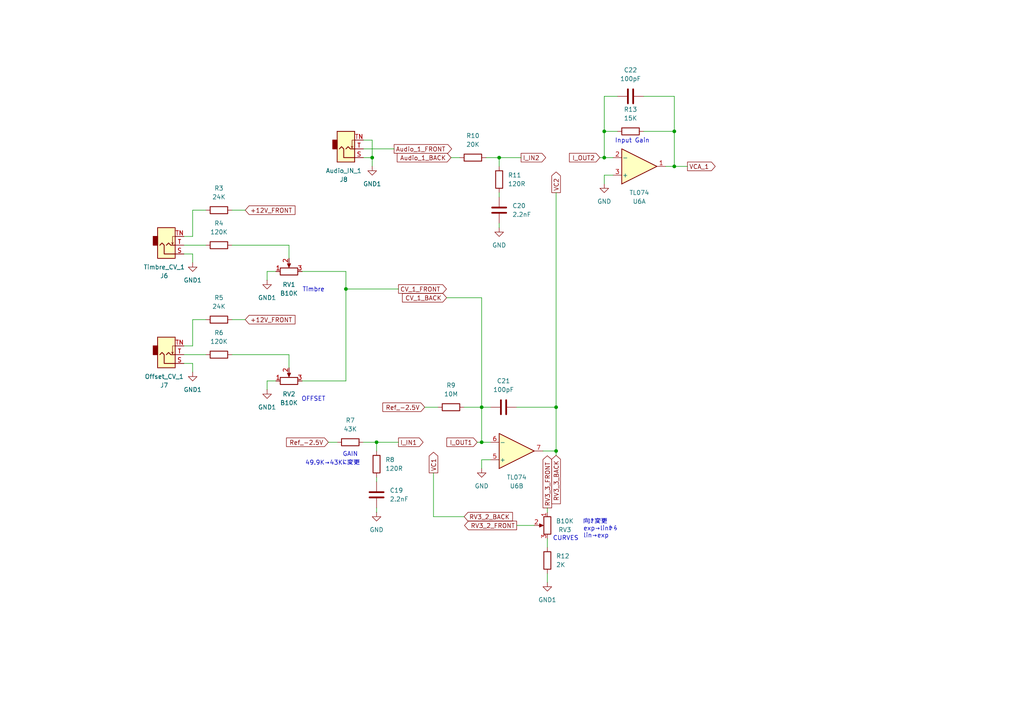
<source format=kicad_sch>
(kicad_sch (version 20250114) (generator "eeschema") (generator_version "9.0")
  (paper "A4")
  (title_block (title "Dual Timbre VCA Section") (date "2025-06-08") (rev "1.1") (company "StudioKAT"))
  (lib_symbols
    (symbol "Amplifier_Operational:TL074" (pin_names (offset 0.127))
      (property "Reference" "U" (at 0 5.08 0))
      (property "Value" "TL074" (at 0 -5.08 0))
      (symbol "TL074_1_1"
        (polyline (pts (xy -5.08 5.08) (xy 5.08 0) (xy -5.08 -5.08) (xy -5.08 5.08)) (stroke (width 0.254)) (fill (type background)))
        (pin input line (at -7.62 2.54 0) (length 2.54) (name "+") (number "3"))
        (pin input line (at -7.62 -2.54 0) (length 2.54) (name "-") (number "2"))
        (pin output line (at 7.62 0 180) (length 2.54) (name "~") (number "1"))
      )
      (symbol "TL074_2_1"
        (polyline (pts (xy -5.08 5.08) (xy 5.08 0) (xy -5.08 -5.08) (xy -5.08 5.08)) (stroke (width 0.254)) (fill (type background)))
        (pin input line (at -7.62 2.54 0) (length 2.54) (name "+") (number "5"))
        (pin input line (at -7.62 -2.54 0) (length 2.54) (name "-") (number "6"))
        (pin output line (at 7.62 0 180) (length 2.54) (name "~") (number "7"))
      )
      (symbol "TL074_3_1"
        (polyline (pts (xy -5.08 5.08) (xy 5.08 0) (xy -5.08 -5.08) (xy -5.08 5.08)) (stroke (width 0.254)) (fill (type background)))
        (pin input line (at -7.62 2.54 0) (length 2.54) (name "+") (number "10"))
        (pin input line (at -7.62 -2.54 0) (length 2.54) (name "-") (number "9"))
        (pin output line (at 7.62 0 180) (length 2.54) (name "~") (number "8"))
      )
      (symbol "TL074_4_1"
        (polyline (pts (xy -5.08 5.08) (xy 5.08 0) (xy -5.08 -5.08) (xy -5.08 5.08)) (stroke (width 0.254)) (fill (type background)))
        (pin input line (at -7.62 2.54 0) (length 2.54) (name "+") (number "12"))
        (pin input line (at -7.62 -2.54 0) (length 2.54) (name "-") (number "13"))
        (pin output line (at 7.62 0 180) (length 2.54) (name "~") (number "14"))
      )
      (symbol "TL074_5_1"
        (pin power_in line (at -2.54 7.62 270) (length 3.81) (name "V+") (number "4"))
        (pin power_in line (at -2.54 -7.62 90) (length 3.81) (name "V-") (number "11"))
      )
    )
    (symbol "Connector_Audio:AudioJack2_SwitchT"
      (property "Reference" "J" (at 0 8.89 0))
      (property "Value" "AudioJack2_SwitchT" (at 0 6.35 0))
      (symbol "AudioJack2_SwitchT_0_1"
        (rectangle (start -2.54 0) (end -3.81 -2.54) (stroke (width 0.254)) (fill (type outline)))
        (polyline (pts (xy 0 0) (xy 0.635 -0.635) (xy 1.27 0) (xy 2.54 0)) (stroke (width 0.254)))
        (polyline (pts (xy 1.778 -0.254) (xy 2.032 -0.762)))
        (rectangle (start 2.54 3.81) (end -2.54 -5.08) (stroke (width 0.254)) (fill (type background)))
        (polyline (pts (xy 2.54 2.54) (xy -0.635 2.54) (xy -0.635 0) (xy -1.27 -0.635) (xy -1.905 0)) (stroke (width 0.254)))
        (polyline (pts (xy 2.54 -2.54) (xy 1.778 -2.54) (xy 1.778 -0.254) (xy 1.524 -0.762)))
      )
      (symbol "AudioJack2_SwitchT_1_1"
        (pin passive line (at 5.08 2.54 180) (length 2.54) (name "~") (number "S"))
        (pin passive line (at 5.08 0 180) (length 2.54) (name "~") (number "T"))
        (pin passive line (at 5.08 -2.54 180) (length 2.54) (name "~") (number "TN"))
      )
    )
    (symbol "Device:C" (pin_numbers (hide yes)) (pin_names (offset 0.254))
      (property "Reference" "C" (at 0.635 2.54 0))
      (property "Value" "C" (at 0.635 -2.54 0))
      (symbol "C_0_1"
        (polyline (pts (xy -2.032 0.762) (xy 2.032 0.762)) (stroke (width 0.508)))
        (polyline (pts (xy -2.032 -0.762) (xy 2.032 -0.762)) (stroke (width 0.508)))
      )
      (symbol "C_1_1"
        (pin passive line (at 0 3.81 270) (length 2.794) (name "~") (number "1"))
        (pin passive line (at 0 -3.81 90) (length 2.794) (name "~") (number "2"))
      )
    )
    (symbol "Device:R" (pin_numbers (hide yes)) (pin_names (offset 0))
      (property "Reference" "R" (at 2.032 0 90))
      (property "Value" "R" (at 0 0 90))
      (symbol "R_0_1"
        (rectangle (start -1.016 -2.54) (end 1.016 2.54) (stroke (width 0.254)))
      )
      (symbol "R_1_1"
        (pin passive line (at 0 3.81 270) (length 1.27) (name "~") (number "1"))
        (pin passive line (at 0 -3.81 90) (length 1.27) (name "~") (number "2"))
      )
    )
    (symbol "Device:R_Potentiometer" (pin_names (offset 1.016) (hide yes))
      (property "Reference" "RV" (at -4.445 0 90))
      (property "Value" "R_Potentiometer" (at -2.54 0 90))
      (symbol "R_Potentiometer_0_1"
        (rectangle (start 1.016 2.54) (end -1.016 -2.54) (stroke (width 0.254)))
        (polyline (pts (xy 1.143 0) (xy 2.286 0.508) (xy 2.286 -0.508) (xy 1.143 0)) (fill (type outline)))
        (polyline (pts (xy 2.54 0) (xy 1.524 0)))
      )
      (symbol "R_Potentiometer_1_1"
        (pin passive line (at 0 3.81 270) (length 1.27) (name "1") (number "1"))
        (pin passive line (at 0 -3.81 90) (length 1.27) (name "3") (number "3"))
        (pin passive line (at 3.81 0 180) (length 1.27) (name "2") (number "2"))
      )
    )
    (symbol "GND_1" (power) (pin_numbers (hide yes)) (pin_names (offset 0) (hide yes))
      (property "Value" "GND" (at 0 -3.81 0))
      (symbol "GND_1_0_1"
        (polyline (pts (xy 0 0) (xy 0 -1.27) (xy 1.27 -1.27) (xy 0 -2.54) (xy -1.27 -1.27) (xy 0 -1.27)))
      )
      (symbol "GND_1_1_1"
        (pin power_in line (at 0 0 270) (length 0) (name "~") (number "1"))
      )
    )
    (symbol "power:GND" (power) (pin_numbers (hide yes)) (pin_names (offset 0) (hide yes))
      (property "Value" "GND" (at 0 -3.81 0))
      (symbol "GND_0_1"
        (polyline (pts (xy 0 0) (xy 0 -1.27) (xy 1.27 -1.27) (xy 0 -2.54) (xy -1.27 -1.27) (xy 0 -1.27)))
      )
      (symbol "GND_1_1"
        (pin power_in line (at 0 0 270) (length 0) (name "~") (number "1"))
      )
    )
    (symbol "power:GND1" (power) (pin_numbers (hide yes)) (pin_names (offset 0) (hide yes))
      (property "Value" "GND1" (at 0 -3.81 0))
      (symbol "GND1_0_1"
        (polyline (pts (xy 0 0) (xy 0 -1.27) (xy 1.27 -1.27) (xy 0 -2.54) (xy -1.27 -1.27) (xy 0 -1.27)))
      )
      (symbol "GND1_1_1"
        (pin power_in line (at 0 0 270) (length 0) (name "~") (number "1"))
      )
    )
  )
  (text "Timbre" (at 90.932 84.074 0) (effects (font (size 1.27 1.27))))
  (text "GAIN" (at 101.6 131.826 0) (effects (font (size 1.27 1.27))))
  (text "向き変更\nexp→linから\nlin→exp" (at 169.164 153.416 0) (effects (font (size 1.27 1.27)) (justify left)))
  (text "Input Gain" (at 183.388 40.894 0) (effects (font (size 1.27 1.27))))
  (text "49.9K→43Kに変更" (at 96.52 134.366 0) (effects (font (size 1.27 1.27))))
  (text "CURVES" (at 164.084 156.21 0) (effects (font (size 1.27 1.27))))
  (text "OFFSET" (at 90.932 115.824 0) (effects (font (size 1.27 1.27))))
  (junction (at 100.33 83.82))
  (junction (at 144.78 45.72))
  (junction (at 139.7 118.11))
  (junction (at 195.58 38.1))
  (junction (at 139.7 128.27))
  (junction (at 161.29 130.81))
  (junction (at 161.29 118.11))
  (junction (at 175.26 45.72))
  (junction (at 107.95 45.72))
  (junction (at 175.26 38.1))
  (junction (at 109.22 128.27))
  (junction (at 195.58 48.26))
  (wire (pts (xy 161.29 55.88) (xy 161.29 118.11)))
  (wire (pts (xy 109.22 138.43) (xy 109.22 139.7)))
  (wire (pts (xy 77.47 78.74) (xy 77.47 81.28)))
  (wire (pts (xy 53.34 105.41) (xy 55.88 105.41)))
  (wire (pts (xy 186.69 38.1) (xy 195.58 38.1)))
  (wire (pts (xy 109.22 128.27) (xy 115.57 128.27)))
  (wire (pts (xy 129.54 86.36) (xy 139.7 86.36)))
  (wire (pts (xy 161.29 130.81) (xy 157.48 130.81)))
  (wire (pts (xy 55.88 100.33) (xy 53.34 100.33)))
  (wire (pts (xy 144.78 64.77) (xy 144.78 66.04)))
  (wire (pts (xy 175.26 38.1) (xy 175.26 45.72)))
  (wire (pts (xy 123.19 118.11) (xy 127 118.11)))
  (wire (pts (xy 140.97 45.72) (xy 144.78 45.72)))
  (wire (pts (xy 80.01 110.49) (xy 77.47 110.49)))
  (wire (pts (xy 55.88 73.66) (xy 55.88 76.2)))
  (wire (pts (xy 67.31 60.96) (xy 71.12 60.96)))
  (wire (pts (xy 138.43 128.27) (xy 139.7 128.27)))
  (wire (pts (xy 158.75 166.37) (xy 158.75 168.91)))
  (wire (pts (xy 109.22 128.27) (xy 109.22 130.81)))
  (wire (pts (xy 125.73 149.86) (xy 134.62 149.86)))
  (wire (pts (xy 149.86 152.4) (xy 154.94 152.4)))
  (wire (pts (xy 144.78 45.72) (xy 144.78 48.26)))
  (wire (pts (xy 161.29 118.11) (xy 161.29 130.81)))
  (wire (pts (xy 139.7 133.35) (xy 139.7 135.89)))
  (wire (pts (xy 107.95 45.72) (xy 107.95 48.26)))
  (wire (pts (xy 142.24 133.35) (xy 139.7 133.35)))
  (wire (pts (xy 139.7 86.36) (xy 139.7 118.11)))
  (wire (pts (xy 77.47 110.49) (xy 77.47 113.03)))
  (wire (pts (xy 105.41 128.27) (xy 109.22 128.27)))
  (wire (pts (xy 83.82 102.87) (xy 83.82 106.68)))
  (wire (pts (xy 144.78 55.88) (xy 144.78 57.15)))
  (wire (pts (xy 100.33 83.82) (xy 100.33 110.49)))
  (wire (pts (xy 55.88 68.58) (xy 53.34 68.58)))
  (wire (pts (xy 161.29 132.08) (xy 161.29 130.81)))
  (wire (pts (xy 125.73 137.16) (xy 125.73 149.86)))
  (wire (pts (xy 95.25 128.27) (xy 97.79 128.27)))
  (wire (pts (xy 175.26 50.8) (xy 175.26 53.34)))
  (wire (pts (xy 59.69 60.96) (xy 55.88 60.96)))
  (wire (pts (xy 67.31 102.87) (xy 83.82 102.87)))
  (wire (pts (xy 55.88 60.96) (xy 55.88 68.58)))
  (wire (pts (xy 175.26 38.1) (xy 179.07 38.1)))
  (wire (pts (xy 100.33 78.74) (xy 100.33 83.82)))
  (wire (pts (xy 105.41 40.64) (xy 107.95 40.64)))
  (wire (pts (xy 67.31 92.71) (xy 71.12 92.71)))
  (wire (pts (xy 158.75 147.32) (xy 158.75 148.59)))
  (wire (pts (xy 59.69 92.71) (xy 55.88 92.71)))
  (wire (pts (xy 105.41 43.18) (xy 114.3 43.18)))
  (wire (pts (xy 175.26 27.94) (xy 175.26 38.1)))
  (wire (pts (xy 158.75 156.21) (xy 158.75 158.75)))
  (wire (pts (xy 109.22 147.32) (xy 109.22 148.59)))
  (wire (pts (xy 142.24 118.11) (xy 139.7 118.11)))
  (wire (pts (xy 179.07 27.94) (xy 175.26 27.94)))
  (wire (pts (xy 144.78 45.72) (xy 151.13 45.72)))
  (wire (pts (xy 139.7 118.11) (xy 139.7 128.27)))
  (wire (pts (xy 87.63 110.49) (xy 100.33 110.49)))
  (wire (pts (xy 134.62 118.11) (xy 139.7 118.11)))
  (wire (pts (xy 55.88 92.71) (xy 55.88 100.33)))
  (wire (pts (xy 105.41 45.72) (xy 107.95 45.72)))
  (wire (pts (xy 55.88 105.41) (xy 55.88 107.95)))
  (wire (pts (xy 53.34 73.66) (xy 55.88 73.66)))
  (wire (pts (xy 83.82 71.12) (xy 83.82 74.93)))
  (wire (pts (xy 53.34 102.87) (xy 59.69 102.87)))
  (wire (pts (xy 175.26 45.72) (xy 177.8 45.72)))
  (wire (pts (xy 100.33 83.82) (xy 115.57 83.82)))
  (wire (pts (xy 149.86 118.11) (xy 161.29 118.11)))
  (wire (pts (xy 195.58 38.1) (xy 195.58 48.26)))
  (wire (pts (xy 80.01 78.74) (xy 77.47 78.74)))
  (wire (pts (xy 53.34 71.12) (xy 59.69 71.12)))
  (wire (pts (xy 107.95 40.64) (xy 107.95 45.72)))
  (wire (pts (xy 173.99 45.72) (xy 175.26 45.72)))
  (wire (pts (xy 195.58 48.26) (xy 193.04 48.26)))
  (wire (pts (xy 195.58 27.94) (xy 195.58 38.1)))
  (wire (pts (xy 139.7 128.27) (xy 142.24 128.27)))
  (wire (pts (xy 67.31 71.12) (xy 83.82 71.12)))
  (wire (pts (xy 195.58 48.26) (xy 199.39 48.26)))
  (wire (pts (xy 177.8 50.8) (xy 175.26 50.8)))
  (wire (pts (xy 87.63 78.74) (xy 100.33 78.74)))
  (wire (pts (xy 130.81 45.72) (xy 133.35 45.72)))
  (wire (pts (xy 186.69 27.94) (xy 195.58 27.94)))
  (global_label "Ref_-2.5V" (shape input) (at 123.19 118.11 180) (property "Intersheetrefs" "${INTERSHEET_REFS}" (effects (hide yes))))
  (global_label "+12V_FRONT" (shape input) (at 71.12 60.96 0) (property "Intersheetrefs" "${INTERSHEET_REFS}" (effects (hide yes))))
  (global_label "VC1" (shape output) (at 125.73 137.16 90) (property "Intersheetrefs" "${INTERSHEET_REFS}" (effects (hide yes))))
  (global_label "+12V_FRONT" (shape input) (at 71.12 92.71 0) (property "Intersheetrefs" "${INTERSHEET_REFS}" (effects (hide yes))))
  (global_label "CV_1_FRONT" (shape output) (at 115.57 83.82 0) (property "Intersheetrefs" "${INTERSHEET_REFS}" (effects (hide yes))))
  (global_label "RV3_3_FRONT" (shape output) (at 158.75 147.32 90) (property "Intersheetrefs" "${INTERSHEET_REFS}" (effects (hide yes))))
  (global_label "I_OUT2" (shape input) (at 173.99 45.72 180) (property "Intersheetrefs" "${INTERSHEET_REFS}" (effects (hide yes))))
  (global_label "Audio_1_FRONT" (shape output) (at 114.3 43.18 0) (property "Intersheetrefs" "${INTERSHEET_REFS}" (effects (hide yes))))
  (global_label "Audio_1_BACK" (shape input) (at 130.81 45.72 180) (property "Intersheetrefs" "${INTERSHEET_REFS}" (effects (hide yes))))
  (global_label "CV_1_BACK" (shape input) (at 129.54 86.36 180) (property "Intersheetrefs" "${INTERSHEET_REFS}" (effects (hide yes))))
  (global_label "I_IN2" (shape output) (at 151.13 45.72 0) (property "Intersheetrefs" "${INTERSHEET_REFS}" (effects (hide yes))))
  (global_label "I_OUT1" (shape input) (at 138.43 128.27 180) (property "Intersheetrefs" "${INTERSHEET_REFS}" (effects (hide yes))))
  (global_label "RV3_3_BACK" (shape input) (at 161.29 132.08 270) (property "Intersheetrefs" "${INTERSHEET_REFS}" (effects (hide yes))))
  (global_label "VC2" (shape output) (at 161.29 55.88 90) (property "Intersheetrefs" "${INTERSHEET_REFS}" (effects (hide yes))))
  (global_label "I_IN1" (shape output) (at 115.57 128.27 0) (property "Intersheetrefs" "${INTERSHEET_REFS}" (effects (hide yes))))
  (global_label "VCA_1" (shape output) (at 199.39 48.26 0) (property "Intersheetrefs" "${INTERSHEET_REFS}" (effects (hide yes))))
  (global_label "Ref_-2.5V" (shape input) (at 95.25 128.27 180) (property "Intersheetrefs" "${INTERSHEET_REFS}" (effects (hide yes))))
  (global_label "RV3_2_BACK" (shape input) (at 134.62 149.86 0) (property "Intersheetrefs" "${INTERSHEET_REFS}" (effects (hide yes))))
  (global_label "RV3_2_FRONT" (shape output) (at 149.86 152.4 180) (property "Intersheetrefs" "${INTERSHEET_REFS}" (effects (hide yes))))
  (symbol (lib_name "GND_1") (lib_id "power:GND") (at 175.26 53.34 0) (unit 1)
    (property "Reference" "#PWR031" (effects (hide yes)))
    (property "Value" "GND" (at 175.26 58.42 0))
    (property "Description" "Power symbol creates a global label with name \"GND\" , ground" (effects (hide yes)))
  )
  (symbol (lib_id "Device:R_Potentiometer") (at 158.75 152.4 0) (mirror y) (unit 1)
    (property "Reference" "RV3" (at 163.83 153.67 0))
    (property "Value" "B10K" (at 163.83 151.13 0))
    (property "Footprint" "kat_eurorack:Potentiometer_RV09" (effects (hide yes)))
    (property "Description" "Potentiometer" (effects (hide yes)))
  )
  (symbol (lib_id "power:GND1") (at 77.47 81.28 0) (unit 1)
    (property "Reference" "#PWR024" (effects (hide yes)))
    (property "Value" "GND1" (at 77.47 86.36 0))
    (property "Description" "Power symbol creates a global label with name \"GND1\" , ground" (effects (hide yes)))
  )
  (symbol (lib_id "power:GND") (at 144.78 66.04 0) (mirror y) (unit 1)
    (property "Reference" "#PWR029" (effects (hide yes)))
    (property "Value" "GND" (at 144.78 71.12 0))
    (property "Description" "Power symbol creates a global label with name \"GND\" , ground" (effects (hide yes)))
  )
  (symbol (lib_id "power:GND1") (at 55.88 76.2 0) (unit 1)
    (property "Reference" "#PWR022" (effects (hide yes)))
    (property "Value" "GND1" (at 55.88 81.28 0))
    (property "Description" "Power symbol creates a global label with name \"GND1\" , ground" (effects (hide yes)))
  )
  (symbol (lib_id "Device:R") (at 109.22 134.62 0) (unit 1)
    (property "Reference" "R8" (at 111.76 133.3499 0) (effects (justify left)))
    (property "Value" "120R" (at 111.76 135.8899 0) (effects (justify left)))
    (property "Footprint" "Resistor_SMD:R_0402_1005Metric" (effects (hide yes)))
    (property "Description" "Resistor" (effects (hide yes)))
    (property "LCSC" "C25079" (effects (hide yes)))
  )
  (symbol (lib_id "Device:R") (at 63.5 92.71 90) (unit 1)
    (property "Reference" "R5" (at 63.5 86.36 90))
    (property "Value" "24K" (at 63.5 88.9 90))
    (property "Footprint" "Resistor_SMD:R_0603_1608Metric_Pad0.98x0.95mm_HandSolder" (effects (hide yes)))
    (property "Description" "Resistor" (effects (hide yes)))
    (property "LCSC" "C23352" (effects (hide yes)))
  )
  (symbol (lib_id "Device:R") (at 130.81 118.11 90) (unit 1)
    (property "Reference" "R9" (at 130.81 111.76 90))
    (property "Value" "10M" (at 130.81 114.3 90))
    (property "Footprint" "Resistor_SMD:R_0402_1005Metric" (effects (hide yes)))
    (property "Description" "Resistor" (effects (hide yes)))
    (property "LCSC" "C26082" (effects (hide yes)))
  )
  (symbol (lib_id "Connector_Audio:AudioJack2_SwitchT") (at 48.26 71.12 0) (mirror x) (unit 1)
    (property "Reference" "J6" (at 47.625 80.01 0))
    (property "Value" "Timbre_CV_1" (at 47.625 77.47 0))
    (property "Footprint" "kat_eurorack:AudioJack_PJ301M-12" (effects (hide yes)))
    (property "Description" "Audio Jack, 2 Poles (Mono / TS), Switched T Pole (Normalling)" (effects (hide yes)))
  )
  (symbol (lib_id "Device:R") (at 137.16 45.72 90) (unit 1)
    (property "Reference" "R10" (at 137.16 39.37 90))
    (property "Value" "20K" (at 137.16 41.91 90))
    (property "Footprint" "Resistor_SMD:R_0402_1005Metric" (effects (hide yes)))
    (property "Description" "Resistor" (effects (hide yes)))
    (property "LCSC" "C25765" (effects (hide yes)))
  )
  (symbol (lib_id "Device:R") (at 63.5 60.96 90) (unit 1)
    (property "Reference" "R3" (at 63.5 54.61 90))
    (property "Value" "24K" (at 63.5 57.15 90))
    (property "Footprint" "Resistor_SMD:R_0603_1608Metric_Pad0.98x0.95mm_HandSolder" (effects (hide yes)))
    (property "Description" "Resistor" (effects (hide yes)))
    (property "LCSC" "C23352" (effects (hide yes)))
  )
  (symbol (lib_id "Device:C") (at 144.78 60.96 0) (unit 1)
    (property "Reference" "C20" (at 148.59 59.6899 0) (effects (justify left)))
    (property "Value" "2.2nF" (at 148.59 62.2299 0) (effects (justify left)))
    (property "Footprint" "Resistor_SMD:R_0805_2012Metric" (effects (hide yes)))
    (property "Description" "Unpolarized capacitor" (effects (hide yes)))
    (property "LCSC" "C28260" (effects (hide yes)))
  )
  (symbol (lib_id "Device:R") (at 63.5 102.87 90) (unit 1)
    (property "Reference" "R6" (at 63.5 96.52 90))
    (property "Value" "120K" (at 63.5 99.06 90))
    (property "Footprint" "Resistor_SMD:R_0603_1608Metric_Pad0.98x0.95mm_HandSolder" (effects (hide yes)))
    (property "Description" "Resistor" (effects (hide yes)))
    (property "LCSC" "C25808" (effects (hide yes)))
  )
  (symbol (lib_id "Device:R") (at 144.78 52.07 0) (unit 1)
    (property "Reference" "R11" (at 147.32 50.7999 0) (effects (justify left)))
    (property "Value" "120R" (at 147.32 53.3399 0) (effects (justify left)))
    (property "Footprint" "Resistor_SMD:R_0402_1005Metric" (effects (hide yes)))
    (property "Description" "Resistor" (effects (hide yes)))
    (property "LCSC" "C25079" (effects (hide yes)))
  )
  (symbol (lib_id "Connector_Audio:AudioJack2_SwitchT") (at 100.33 43.18 0) (mirror x) (unit 1)
    (property "Reference" "J8" (at 99.695 52.07 0))
    (property "Value" "Audio_IN_1" (at 99.695 49.53 0))
    (property "Footprint" "kat_eurorack:AudioJack_PJ301M-12" (effects (hide yes)))
    (property "Description" "Audio Jack, 2 Poles (Mono / TS), Switched T Pole (Normalling)" (effects (hide yes)))
  )
  (symbol (lib_id "Connector_Audio:AudioJack2_SwitchT") (at 48.26 102.87 0) (mirror x) (unit 1)
    (property "Reference" "J7" (at 47.625 111.76 0))
    (property "Value" "Offset_CV_1" (at 47.625 109.22 0))
    (property "Footprint" "kat_eurorack:AudioJack_PJ301M-12" (effects (hide yes)))
    (property "Description" "Audio Jack, 2 Poles (Mono / TS), Switched T Pole (Normalling)" (effects (hide yes)))
  )
  (symbol (lib_id "power:GND") (at 109.22 148.59 0) (mirror y) (unit 1)
    (property "Reference" "#PWR027" (effects (hide yes)))
    (property "Value" "GND" (at 109.22 153.67 0))
    (property "Description" "Power symbol creates a global label with name \"GND\" , ground" (effects (hide yes)))
  )
  (symbol (lib_id "Device:C") (at 146.05 118.11 90) (unit 1)
    (property "Reference" "C21" (at 146.05 110.49 90))
    (property "Value" "100pF" (at 146.05 113.03 90))
    (property "Footprint" "Capacitor_SMD:C_0402_1005Metric" (effects (hide yes)))
    (property "Description" "Unpolarized capacitor" (effects (hide yes)))
    (property "LCSC" "C1546" (effects (hide yes)))
  )
  (symbol (lib_id "Device:R_Potentiometer") (at 83.82 78.74 90) (unit 1)
    (property "Reference" "RV1" (at 83.82 82.55 90))
    (property "Value" "B10K" (at 83.82 85.09 90))
    (property "Footprint" "kat_eurorack:Potentiometer_RV09" (effects (hide yes)))
    (property "Description" "Potentiometer" (effects (hide yes)))
  )
  (symbol (lib_id "Device:C") (at 182.88 27.94 90) (unit 1)
    (property "Reference" "C22" (at 182.88 20.32 90))
    (property "Value" "100pF" (at 182.88 22.86 90))
    (property "Footprint" "Capacitor_SMD:C_0402_1005Metric" (effects (hide yes)))
    (property "Description" "Unpolarized capacitor" (effects (hide yes)))
    (property "LCSC" "C1546" (effects (hide yes)))
  )
  (symbol (lib_name "GND_1") (lib_id "power:GND") (at 139.7 135.89 0) (unit 1)
    (property "Reference" "#PWR028" (effects (hide yes)))
    (property "Value" "GND" (at 139.7 140.97 0))
    (property "Description" "Power symbol creates a global label with name \"GND\" , ground" (effects (hide yes)))
  )
  (symbol (lib_id "power:GND1") (at 55.88 107.95 0) (unit 1)
    (property "Reference" "#PWR023" (effects (hide yes)))
    (property "Value" "GND1" (at 55.88 113.03 0))
    (property "Description" "Power symbol creates a global label with name \"GND1\" , ground" (effects (hide yes)))
  )
  (symbol (lib_id "Device:R") (at 182.88 38.1 90) (unit 1)
    (property "Reference" "R13" (at 182.88 31.75 90))
    (property "Value" "15K" (at 182.88 34.29 90))
    (property "Footprint" "Resistor_SMD:R_0603_1608Metric_Pad0.98x0.95mm_HandSolder" (effects (hide yes)))
    (property "Description" "Resistor" (effects (hide yes)))
    (property "LCSC" "C22809" (effects (hide yes)))
  )
  (symbol (lib_id "Amplifier_Operational:TL074") (at 185.42 48.26 0) (mirror x) (unit 1)
    (property "Reference" "U6" (at 185.42 58.42 0))
    (property "Value" "TL074" (at 185.42 55.88 0))
    (property "Footprint" "Package_SO:SOIC-14_3.9x8.7mm_P1.27mm" (effects (hide yes)))
    (property "Datasheet" "http://www.ti.com/lit/ds/symlink/tl071.pdf" (effects (hide yes)))
    (property "Description" "Quad Low-Noise JFET-Input Operational Amplifiers, DIP-14/SOIC-14" (effects (hide yes)))
    (property "LCSC" "C6963" (effects (hide yes)))
  )
  (symbol (lib_id "Device:R") (at 63.5 71.12 90) (unit 1)
    (property "Reference" "R4" (at 63.5 64.77 90))
    (property "Value" "120K" (at 63.5 67.31 90))
    (property "Footprint" "Resistor_SMD:R_0603_1608Metric_Pad0.98x0.95mm_HandSolder" (effects (hide yes)))
    (property "Description" "Resistor" (effects (hide yes)))
    (property "LCSC" "C25808" (effects (hide yes)))
  )
  (symbol (lib_id "power:GND1") (at 158.75 168.91 0) (unit 1)
    (property "Reference" "#PWR030" (effects (hide yes)))
    (property "Value" "GND1" (at 158.75 173.99 0))
    (property "Description" "Power symbol creates a global label with name \"GND1\" , ground" (effects (hide yes)))
  )
  (symbol (lib_id "power:GND1") (at 107.95 48.26 0) (unit 1)
    (property "Reference" "#PWR026" (effects (hide yes)))
    (property "Value" "GND1" (at 107.95 53.34 0))
    (property "Description" "Power symbol creates a global label with name \"GND1\" , ground" (effects (hide yes)))
  )
  (symbol (lib_id "Device:R") (at 101.6 128.27 90) (unit 1)
    (property "Reference" "R7" (at 101.6 121.92 90))
    (property "Value" "43K" (at 101.6 124.46 90))
    (property "Footprint" "Resistor_SMD:R_0603_1608Metric_Pad0.98x0.95mm_HandSolder" (effects (hide yes)))
    (property "Description" "Resistor" (effects (hide yes)))
    (property "LCSC" "C23172" (effects (hide yes)))
  )
  (symbol (lib_id "power:GND1") (at 77.47 113.03 0) (unit 1)
    (property "Reference" "#PWR025" (effects (hide yes)))
    (property "Value" "GND1" (at 77.47 118.11 0))
    (property "Description" "Power symbol creates a global label with name \"GND1\" , ground" (effects (hide yes)))
  )
  (symbol (lib_id "Device:C") (at 109.22 143.51 0) (unit 1)
    (property "Reference" "C19" (at 113.03 142.2399 0) (effects (justify left)))
    (property "Value" "2.2nF" (at 113.03 144.7799 0) (effects (justify left)))
    (property "Footprint" "Resistor_SMD:R_0805_2012Metric" (effects (hide yes)))
    (property "Description" "Unpolarized capacitor" (effects (hide yes)))
    (property "LCSC" "C28260" (effects (hide yes)))
  )
  (symbol (lib_id "Device:R_Potentiometer") (at 83.82 110.49 90) (unit 1)
    (property "Reference" "RV2" (at 83.82 114.3 90))
    (property "Value" "B10K" (at 83.82 116.84 90))
    (property "Footprint" "kat_eurorack:Potentiometer_RV09" (effects (hide yes)))
    (property "Description" "Potentiometer" (effects (hide yes)))
  )
  (symbol (lib_id "Device:R") (at 158.75 162.56 0) (unit 1)
    (property "Reference" "R12" (at 161.29 161.2899 0) (effects (justify left)))
    (property "Value" "2K" (at 161.29 163.8299 0) (effects (justify left)))
    (property "Footprint" "Resistor_SMD:R_0603_1608Metric_Pad0.98x0.95mm_HandSolder" (effects (hide yes)))
    (property "Description" "Resistor" (effects (hide yes)))
    (property "LCSC" "C22975" (effects (hide yes)))
  )
  (symbol (lib_id "Amplifier_Operational:TL074") (at 149.86 130.81 0) (mirror x) (unit 2)
    (property "Reference" "U6" (at 149.86 140.97 0))
    (property "Value" "TL074" (at 149.86 138.43 0))
    (property "Footprint" "Package_SO:SOIC-14_3.9x8.7mm_P1.27mm" (effects (hide yes)))
    (property "Datasheet" "http://www.ti.com/lit/ds/symlink/tl071.pdf" (effects (hide yes)))
    (property "Description" "Quad Low-Noise JFET-Input Operational Amplifiers, DIP-14/SOIC-14" (effects (hide yes)))
    (property "LCSC" "C6963" (effects (hide yes)))
  )
)
</source>
